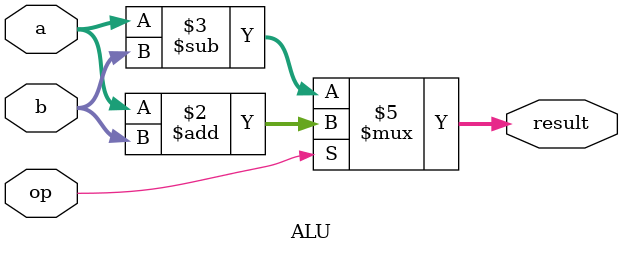
<source format=sv>
`timescale 1ns / 1ps

module ALU(
    input  logic [31:0] a,
    input  logic [31:0] b,
    input  logic        op,
    output logic [31:0] result
    );
    
    always_comb begin : blockName    
        if(op) result = a + b;
        else result = a - b;
    end

endmodule
</source>
